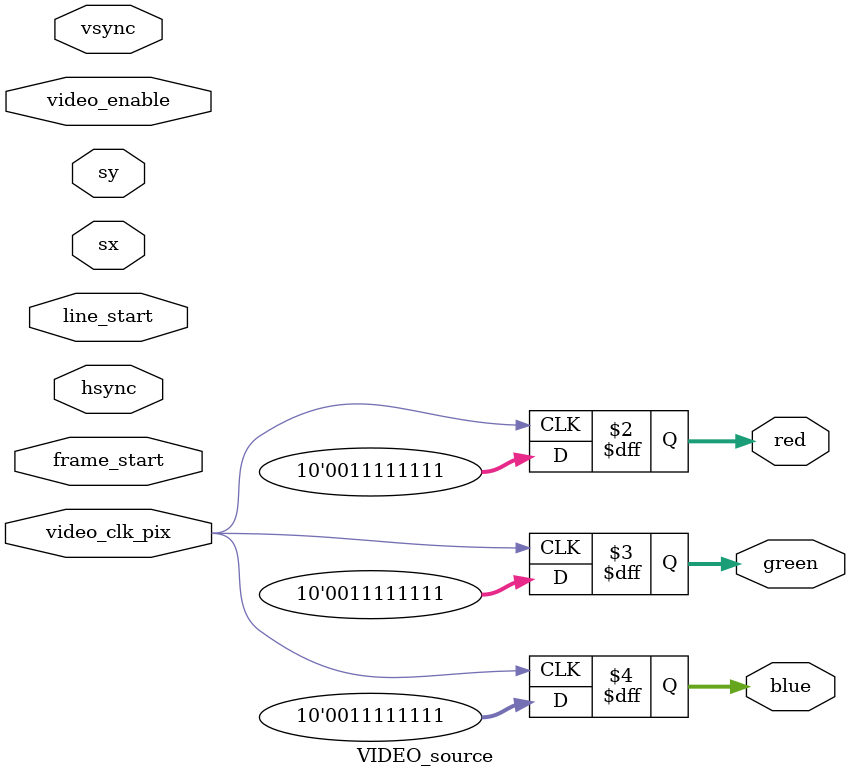
<source format=sv>
`timescale 1ns / 1ps

module VIDEO_source #(
    COORDSPC = 16,  // coordinate space (bits)
    COLSPC   = 10   // color space (bits)
) (
    input wire video_clk_pix,
    input wire video_enable,
    input wire vsync,
    input wire hsync,
    input wire frame_start,
    input wire line_start,
    input wire signed [COORDSPC-1:0] sx,
    input wire signed [COORDSPC-1:0] sy,
    output logic [COLSPC-1:0] red,
    output logic [COLSPC-1:0] green,
    output logic [COLSPC-1:0] blue
);
  always_ff @(posedge video_clk_pix) begin
    red   <= 255;  // double signal width (assumes CHANW=4)
    green <= 255;
    blue  <= 255;
  end
endmodule

</source>
